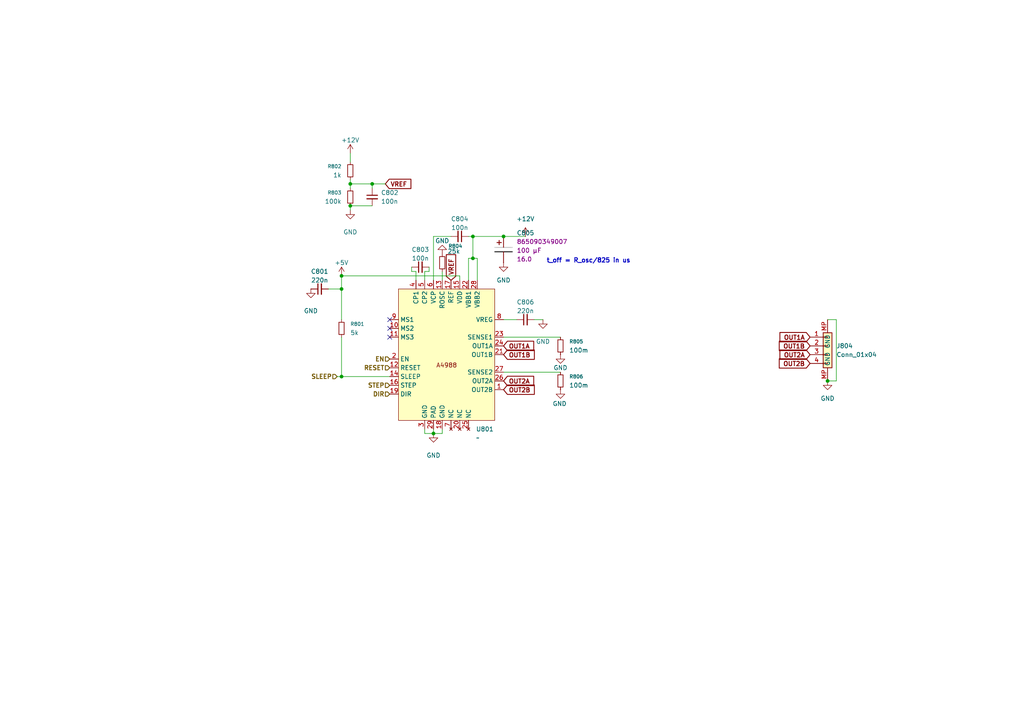
<source format=kicad_sch>
(kicad_sch (version 20250114) (generator "eeschema") (generator_version "9.0")
  (paper "A4")
  (lib_symbols
    (symbol "Capacitor_Wurth_WCAP-ASLU:D8L6.5_865090349007" (pin_numbers (hide yes)) (pin_names (hide yes))
      (property "Reference" "C" (at 5.08 5.08 0))
      (property "Part Number" "865090349007" (at 5.08 2.54 0))
      (property "Capacitance" "100 µF" (at 5.08 0 0))
      (property "Voltage" "16.0" (at 5.08 -2.54 0))
      (symbol "D8L6.5_865090349007_1_1"
        (polyline (pts (xy -1.27 2.667) (xy -1.27 1.397)) (stroke (width 0.254)))
        (polyline (pts (xy -0.635 2.032) (xy -1.905 2.032)) (stroke (width 0.254)))
        (polyline (pts (xy 2.54 0.635) (xy -2.54 0.635)) (stroke (width 0.254) (color 194 194 194 1)))
        (polyline (pts (xy 2.54 -0.635) (xy -2.54 -0.635)) (stroke (width 0.254) (color 0 0 0 1)))
        (pin passive line (at 0 3.81 270) (length 3.175) (name "1") (number "1"))
        (pin passive line (at 0 -3.81 90) (length 3.175) (name "2") (number "2"))
      )
    )
    (symbol "Device:C_Small" (pin_numbers (hide yes)) (pin_names (offset 0.254) (hide yes))
      (property "Reference" "C" (at 0.254 1.778 0))
      (property "Value" "C_Small" (at 0.254 -2.032 0))
      (symbol "C_Small_0_1"
        (polyline (pts (xy -1.524 0.508) (xy 1.524 0.508)) (stroke (width 0.3048)))
        (polyline (pts (xy -1.524 -0.508) (xy 1.524 -0.508)) (stroke (width 0.3302)))
      )
      (symbol "C_Small_1_1"
        (pin passive line (at 0 2.54 270) (length 2.032) (name "~") (number "1"))
        (pin passive line (at 0 -2.54 90) (length 2.032) (name "~") (number "2"))
      )
    )
    (symbol "Device:R_Small" (pin_numbers (hide yes)) (pin_names (offset 0.254) (hide yes))
      (property "Reference" "R" (at 0 0 90))
      (property "Value" "R_Small" (at 1.778 0 90))
      (symbol "R_Small_0_1"
        (rectangle (start -0.762 1.778) (end 0.762 -1.778) (stroke (width 0.2032)))
      )
      (symbol "R_Small_1_1"
        (pin passive line (at 0 2.54 270) (length 0.762) (name "~") (number "1"))
        (pin passive line (at 0 -2.54 90) (length 0.762) (name "~") (number "2"))
      )
    )
    (symbol "my_lib:A4988"
      (property "Reference" "U801" (at 16.1133 -34.29 0))
      (property "Value" "~" (at 16.1133 -36.83 0))
      (symbol "A4988_1_1"
        (rectangle (start -6.35 6.35) (end 21.59 -31.75) (fill (type background)))
        (text "A4988" (at 7.62 -15.748 0) (effects (font (size 1.27 1.27))))
        (pin input line (at -8.89 -2.54 0) (length 2.54) (name "MS1") (number "9"))
        (pin input line (at -8.89 -5.08 0) (length 2.54) (name "MS2") (number "10"))
        (pin input line (at -8.89 -7.62 0) (length 2.54) (name "MS3") (number "11"))
        (pin input line (at -8.89 -13.97 0) (length 2.54) (name "EN") (number "2"))
        (pin input line (at -8.89 -16.51 0) (length 2.54) (name "RESET") (number "12"))
        (pin input line (at -8.89 -19.05 0) (length 2.54) (name "SLEEP") (number "14"))
        (pin input line (at -8.89 -21.59 0) (length 2.54) (name "STEP") (number "16"))
        (pin input line (at -8.89 -24.13 0) (length 2.54) (name "DIR") (number "19"))
        (pin passive line (at -1.27 8.89 270) (length 2.54) (name "CP1") (number "4"))
        (pin passive line (at 1.27 8.89 270) (length 2.54) (name "CP2") (number "5"))
        (pin power_in line (at 1.27 -34.29 90) (length 2.54) (name "GND") (number "3"))
        (pin passive line (at 3.81 8.89 270) (length 2.54) (name "VCP") (number "6"))
        (pin power_in line (at 3.81 -34.29 90) (length 2.54) (name "PAD") (number "29"))
        (pin passive line (at 6.35 8.89 270) (length 2.54) (name "ROSC") (number "13"))
        (pin power_in line (at 6.35 -34.29 90) (length 2.54) (name "GND") (number "18"))
        (pin input line (at 8.89 8.89 270) (length 2.54) (name "REF") (number "17"))
        (pin no_connect line (at 8.89 -34.29 90) (length 2.54) (name "NC") (number "7"))
        (pin power_in line (at 11.43 8.89 270) (length 2.54) (name "VDD") (number "15"))
        (pin no_connect line (at 11.43 -34.29 90) (length 2.54) (name "NC") (number "20"))
        (pin power_in line (at 13.97 8.89 270) (length 2.54) (name "VBB1") (number "22"))
        (pin no_connect line (at 13.97 -34.29 90) (length 2.54) (name "NC") (number "25"))
        (pin power_in line (at 16.51 8.89 270) (length 2.54) (name "VBB2") (number "28"))
        (pin power_out line (at 24.13 -2.54 180) (length 2.54) (name "VREG") (number "8"))
        (pin passive line (at 24.13 -7.62 180) (length 2.54) (name "SENSE1") (number "23"))
        (pin output line (at 24.13 -10.16 180) (length 2.54) (name "OUT1A") (number "24"))
        (pin output line (at 24.13 -12.7 180) (length 2.54) (name "OUT1B") (number "21"))
        (pin passive line (at 24.13 -17.78 180) (length 2.54) (name "SENSE2") (number "27"))
        (pin output line (at 24.13 -20.32 180) (length 2.54) (name "OUT2A") (number "26"))
        (pin output line (at 24.13 -22.86 180) (length 2.54) (name "OUT2B") (number "1"))
      )
    )
    (symbol "my_lib:JST_SH_4_Vertical"
      (property "Reference" "J804" (at 2.54 1.2701 0))
      (property "Value" "Conn_01x04" (at 2.54 -1.2699 0))
      (symbol "JST_SH_4_Vertical_1_1"
        (rectangle (start -1.27 5.08) (end 1.27 -5.08) (stroke (width 0.254)) (fill (type background)))
        (rectangle (start -1.27 3.937) (end 0 3.683) (stroke (width 0.1524)))
        (rectangle (start -1.27 1.397) (end 0 1.143) (stroke (width 0.1524)))
        (rectangle (start -1.27 -1.143) (end 0 -1.397) (stroke (width 0.1524)))
        (rectangle (start -1.27 -3.683) (end 0 -3.937) (stroke (width 0.1524)))
        (pin passive line (at -5.08 3.81 0) (length 3.81) (name "") (number "1"))
        (pin passive line (at -5.08 1.27 0) (length 3.81) (name "") (number "2"))
        (pin passive line (at -5.08 -1.27 0) (length 3.81) (name "") (number "3"))
        (pin passive line (at -5.08 -3.81 0) (length 3.81) (name "") (number "4"))
        (pin power_in line (at 0 8.89 270) (length 3.81) (name "GND") (number "MP"))
        (pin power_in line (at 0 -8.89 90) (length 3.81) (name "GND") (number "MP"))
      )
    )
    (symbol "power:+12V" (power) (pin_numbers (hide yes)) (pin_names (offset 0) (hide yes))
      (property "Value" "+12V" (at 0 3.556 0))
      (symbol "+12V_0_1"
        (polyline (pts (xy -0.762 1.27) (xy 0 2.54)))
        (polyline (pts (xy 0 2.54) (xy 0.762 1.27)))
        (polyline (pts (xy 0 0) (xy 0 2.54)))
      )
      (symbol "+12V_1_1"
        (pin power_in line (at 0 0 90) (length 0) (name "~") (number "1"))
      )
    )
    (symbol "power:+5V" (power) (pin_numbers (hide yes)) (pin_names (offset 0) (hide yes))
      (property "Value" "+5V" (at 0 3.556 0))
      (symbol "+5V_0_1"
        (polyline (pts (xy -0.762 1.27) (xy 0 2.54)))
        (polyline (pts (xy 0 2.54) (xy 0.762 1.27)))
        (polyline (pts (xy 0 0) (xy 0 2.54)))
      )
      (symbol "+5V_1_1"
        (pin power_in line (at 0 0 90) (length 0) (name "~") (number "1"))
      )
    )
    (symbol "power:GND" (power) (pin_numbers (hide yes)) (pin_names (offset 0) (hide yes))
      (property "Value" "GND" (at 0 -3.81 0))
      (symbol "GND_0_1"
        (polyline (pts (xy 0 0) (xy 0 -1.27) (xy 1.27 -1.27) (xy 0 -2.54) (xy -1.27 -1.27) (xy 0 -1.27)))
      )
      (symbol "GND_1_1"
        (pin power_in line (at 0 0 270) (length 0) (name "~") (number "1"))
      )
    )
  )
  (text "t_off = R_osc/825 in us" (at 170.688 75.692 0) (effects (font (size 1.27 1.27) (thickness 0.254) (bold yes))))
  (junction (at 146.05 68.58))
  (junction (at 101.6 53.34))
  (junction (at 240.03 110.49))
  (junction (at 107.95 53.34))
  (junction (at 101.6 59.69))
  (junction (at 125.73 125.73))
  (junction (at 137.16 74.93))
  (junction (at 99.06 83.82))
  (junction (at 99.06 80.01))
  (junction (at 137.16 68.58))
  (junction (at 99.06 109.22))
  (no_connect (at 113.03 92.71))
  (no_connect (at 113.03 97.79))
  (no_connect (at 113.03 95.25))
  (wire (pts (xy 101.6 44.45) (xy 101.6 46.99)))
  (wire (pts (xy 125.73 125.73) (xy 128.27 125.73)))
  (wire (pts (xy 146.05 68.58) (xy 152.4 68.58)))
  (wire (pts (xy 133.35 80.01) (xy 133.35 81.28)))
  (wire (pts (xy 137.16 74.93) (xy 137.16 68.58)))
  (wire (pts (xy 157.48 92.71) (xy 154.94 92.71)))
  (wire (pts (xy 240.03 92.71) (xy 242.57 92.71)))
  (wire (pts (xy 128.27 125.73) (xy 128.27 124.46)))
  (wire (pts (xy 99.06 97.79) (xy 99.06 109.22)))
  (wire (pts (xy 101.6 59.69) (xy 107.95 59.69)))
  (wire (pts (xy 124.46 77.47) (xy 124.46 78.74)))
  (wire (pts (xy 125.73 81.28) (xy 125.73 68.58)))
  (wire (pts (xy 149.86 92.71) (xy 146.05 92.71)))
  (wire (pts (xy 137.16 68.58) (xy 135.89 68.58)))
  (wire (pts (xy 99.06 109.22) (xy 113.03 109.22)))
  (wire (pts (xy 125.73 125.73) (xy 125.73 124.46)))
  (wire (pts (xy 125.73 68.58) (xy 130.81 68.58)))
  (wire (pts (xy 101.6 59.69) (xy 101.6 60.96)))
  (wire (pts (xy 123.19 78.74) (xy 123.19 81.28)))
  (wire (pts (xy 107.95 54.61) (xy 107.95 53.34)))
  (wire (pts (xy 123.19 125.73) (xy 125.73 125.73)))
  (wire (pts (xy 137.16 74.93) (xy 138.43 74.93)))
  (wire (pts (xy 138.43 74.93) (xy 138.43 81.28)))
  (wire (pts (xy 120.65 78.74) (xy 119.38 78.74)))
  (wire (pts (xy 99.06 83.82) (xy 99.06 80.01)))
  (wire (pts (xy 135.89 81.28) (xy 135.89 74.93)))
  (wire (pts (xy 146.05 97.79) (xy 162.56 97.79)))
  (wire (pts (xy 123.19 78.74) (xy 124.46 78.74)))
  (wire (pts (xy 99.06 92.71) (xy 99.06 83.82)))
  (wire (pts (xy 119.38 77.47) (xy 119.38 78.74)))
  (wire (pts (xy 137.16 68.58) (xy 146.05 68.58)))
  (wire (pts (xy 101.6 53.34) (xy 101.6 54.61)))
  (wire (pts (xy 137.16 74.93) (xy 135.89 74.93)))
  (wire (pts (xy 95.25 83.82) (xy 99.06 83.82)))
  (wire (pts (xy 120.65 78.74) (xy 120.65 81.28)))
  (wire (pts (xy 128.27 81.28) (xy 128.27 78.74)))
  (wire (pts (xy 146.05 107.95) (xy 162.56 107.95)))
  (wire (pts (xy 107.95 53.34) (xy 111.76 53.34)))
  (wire (pts (xy 242.57 110.49) (xy 240.03 110.49)))
  (wire (pts (xy 242.57 92.71) (xy 242.57 110.49)))
  (wire (pts (xy 101.6 53.34) (xy 107.95 53.34)))
  (wire (pts (xy 123.19 125.73) (xy 123.19 124.46)))
  (wire (pts (xy 99.06 80.01) (xy 133.35 80.01)))
  (wire (pts (xy 97.79 109.22) (xy 99.06 109.22)))
  (wire (pts (xy 101.6 52.07) (xy 101.6 53.34)))
  (global_label "OUT1B" (shape input) (at 146.05 102.87 0) (effects (font (thickness 0.254) (bold yes))) (property "Intersheetrefs" "${INTERSHEET_REFS}" (effects (hide yes))))
  (global_label "OUT1A" (shape input) (at 234.95 97.79 180) (effects (font (thickness 0.254) (bold yes))) (property "Intersheetrefs" "${INTERSHEET_REFS}" (effects (hide yes))))
  (global_label "OUT1A" (shape input) (at 146.05 100.33 0) (effects (font (thickness 0.254) (bold yes))) (property "Intersheetrefs" "${INTERSHEET_REFS}" (effects (hide yes))))
  (global_label "OUT2A" (shape input) (at 234.95 102.87 180) (effects (font (thickness 0.254) (bold yes))) (property "Intersheetrefs" "${INTERSHEET_REFS}" (effects (hide yes))))
  (global_label "OUT1B" (shape input) (at 234.95 100.33 180) (effects (font (thickness 0.254) (bold yes))) (property "Intersheetrefs" "${INTERSHEET_REFS}" (effects (hide yes))))
  (global_label "OUT2A" (shape input) (at 146.05 110.49 0) (effects (font (thickness 0.254) (bold yes))) (property "Intersheetrefs" "${INTERSHEET_REFS}" (effects (hide yes))))
  (global_label "OUT2B" (shape input) (at 234.95 105.41 180) (effects (font (thickness 0.254) (bold yes))) (property "Intersheetrefs" "${INTERSHEET_REFS}" (effects (hide yes))))
  (global_label "OUT2B" (shape input) (at 146.05 113.03 0) (effects (font (thickness 0.254) (bold yes))) (property "Intersheetrefs" "${INTERSHEET_REFS}" (effects (hide yes))))
  (global_label "VREF" (shape input) (at 130.81 81.28 90) (effects (font (thickness 0.254) (bold yes))) (property "Intersheetrefs" "${INTERSHEET_REFS}" (effects (hide yes))))
  (global_label "VREF" (shape input) (at 111.76 53.34 0) (effects (font (thickness 0.254) (bold yes))) (property "Intersheetrefs" "${INTERSHEET_REFS}" (effects (hide yes))))
  (hierarchical_label "EN" (shape input) (at 113.03 104.14 180) (effects (font (thickness 0.254) (bold yes))))
  (hierarchical_label "STEP" (shape input) (at 113.03 111.76 180) (effects (font (thickness 0.254) (bold yes))))
  (hierarchical_label "DIR" (shape input) (at 113.03 114.3 180) (effects (font (thickness 0.254) (bold yes))))
  (hierarchical_label "RESET" (shape input) (at 113.03 106.68 180) (effects (font (thickness 0.254) (bold yes))))
  (hierarchical_label "SLEEP" (shape input) (at 97.79 109.22 180) (effects (font (thickness 0.254) (bold yes))))
  (symbol (lib_id "Capacitor_Wurth_WCAP-ASLU:D8L6.5_865090349007") (at 146.05 72.39 0) (unit 1)
    (property "Reference" "C805" (at 149.86 67.5639 0) (effects (justify left)))
    (property "Value" "D8L6.5_865090349007" (effects (hide yes)))
    (property "Footprint" "Capacitor_SMD_Wurth:CP_Wurth_WCAP-ASLU-D8L6.5" (effects (hide yes)))
    (property "Datasheet" "https://www.we-online.com/catalog/datasheet/865090349007.pdf?ki" (effects (hide yes)))
    (property "Description" "Aluminum Electrolytic Capacitors" (effects (hide yes)))
    (property "Manufacturer" "Wurth Elektronik" (effects (hide yes)))
    (property "Manufacturer URL" "https://www.we-online.com" (effects (hide yes)))
    (property "Published Date" "20251008" (effects (hide yes)))
    (property "Match Code" "WCAP-ASLU" (effects (hide yes)))
    (property "Size" "D8L6.5" (effects (hide yes)))
    (property "Mounting Technology" "SMT" (effects (hide yes)))
    (property "Part Number" "865090349007" (at 149.86 70.1039 0) (effects (justify left)))
    (property "Capacitance" "100 µF" (at 149.86 72.6439 0) (effects (justify left)))
    (property "Voltage" "16.0" (at 149.86 75.1839 0) (effects (justify left)))
    (property "C" "100 µF" (effects (hide yes)))
    (property "VR (V (DC))" "16.0" (effects (hide yes)))
    (property "Endurance (h)" "1000" (effects (hide yes)))
    (property "Operating Temperature" "-40 °C up to +85 °C" (effects (hide yes)))
    (property "IRIPPLE (mA)" "92.0" (effects (hide yes)))
    (property "ILeak (µA)" "3.2" (effects (hide yes)))
    (property "DF (%)" "18" (effects (hide yes)))
    (property "Ø D (mm)" "8.0" (effects (hide yes)))
    (property "L (mm)" "6.5" (effects (hide yes)))
  )
  (symbol (lib_id "power:GND") (at 240.03 110.49 0) (unit 1)
    (property "Reference" "#PWR0820" (effects (hide yes)))
    (property "Value" "GND" (at 240.03 115.57 0))
    (property "Description" "Power symbol creates a global label with name \"GND\" , ground" (effects (hide yes)))
  )
  (symbol (lib_id "power:GND") (at 162.56 113.03 0) (unit 1)
    (property "Reference" "#PWR0816" (effects (hide yes)))
    (property "Value" "GND" (at 162.306 117.094 0))
    (property "Description" "Power symbol creates a global label with name \"GND\" , ground" (effects (hide yes)))
  )
  (symbol (lib_id "Device:R_Small") (at 101.6 57.15 0) (mirror x) (unit 1)
    (property "Reference" "R803" (at 99.06 55.8799 0) (effects (font (size 1.016 1.016)) (justify right)))
    (property "Value" "100k" (at 99.06 58.4199 0) (effects (justify right)))
    (property "Footprint" "Resistor_SMD:R_0402_1005Metric" (effects (hide yes)))
    (property "Description" "Resistor, small symbol" (effects (hide yes)))
  )
  (symbol (lib_id "power:GND") (at 157.48 92.71 0) (unit 1)
    (property "Reference" "#PWR0814" (effects (hide yes)))
    (property "Value" "GND" (at 157.48 99.06 0))
    (property "Description" "Power symbol creates a global label with name \"GND\" , ground" (effects (hide yes)))
  )
  (symbol (lib_id "Device:C_Small") (at 121.92 77.47 90) (unit 1)
    (property "Reference" "C803" (at 121.9263 72.39 90))
    (property "Value" "100n" (at 121.9263 74.93 90))
    (property "Footprint" "Capacitor_SMD:C_0402_1005Metric" (effects (hide yes)))
    (property "Description" "Unpolarized capacitor, small symbol" (effects (hide yes)))
  )
  (symbol (lib_id "power:GND") (at 101.6 60.96 0) (unit 1)
    (property "Reference" "#PWR0804" (effects (hide yes)))
    (property "Value" "GND" (at 101.6 67.31 0))
    (property "Description" "Power symbol creates a global label with name \"GND\" , ground" (effects (hide yes)))
  )
  (symbol (lib_id "power:+5V") (at 99.06 80.01 0) (unit 1)
    (property "Reference" "#PWR0802" (effects (hide yes)))
    (property "Value" "+5V" (at 99.06 76.2 0))
    (property "Description" "Power symbol creates a global label with name \"+5V\"" (effects (hide yes)))
  )
  (symbol (lib_id "Device:R_Small") (at 101.6 49.53 0) (mirror y) (unit 1)
    (property "Reference" "R802" (at 99.06 48.2599 0) (effects (font (size 1.016 1.016)) (justify left)))
    (property "Value" "1k" (at 99.06 50.7999 0) (effects (justify left)))
    (property "Footprint" "Resistor_SMD:R_0402_1005Metric" (effects (hide yes)))
    (property "Description" "Resistor, small symbol" (effects (hide yes)))
  )
  (symbol (lib_id "Device:R_Small") (at 99.06 95.25 0) (unit 1)
    (property "Reference" "R801" (at 101.6 93.9799 0) (effects (font (size 1.016 1.016)) (justify left)))
    (property "Value" "5k" (at 101.6 96.5199 0) (effects (justify left)))
    (property "Footprint" "Resistor_SMD:R_0402_1005Metric" (effects (hide yes)))
    (property "Description" "Resistor, small symbol" (effects (hide yes)))
  )
  (symbol (lib_id "Device:C_Small") (at 152.4 92.71 90) (unit 1)
    (property "Reference" "C806" (at 152.4063 87.63 90))
    (property "Value" "220n" (at 152.4063 90.17 90))
    (property "Footprint" "Capacitor_SMD:C_0402_1005Metric" (effects (hide yes)))
    (property "Description" "Unpolarized capacitor, small symbol" (effects (hide yes)))
  )
  (symbol (lib_id "Device:R_Small") (at 162.56 100.33 0) (unit 1)
    (property "Reference" "R805" (at 165.1 99.0599 0) (effects (font (size 1.016 1.016)) (justify left)))
    (property "Value" "100m" (at 165.1 101.5999 0) (effects (justify left)))
    (property "Footprint" "Resistor_SMD:R_0603_1608Metric" (effects (hide yes)))
    (property "Description" "Resistor, small symbol" (effects (hide yes)))
    (property "MPN" "560050316001" (effects (hide yes)))
  )
  (symbol (lib_id "power:GND") (at 146.05 76.2 0) (unit 1)
    (property "Reference" "#PWR0819" (effects (hide yes)))
    (property "Value" "GND" (at 146.05 81.28 0))
    (property "Description" "Power symbol creates a global label with name \"GND\" , ground" (effects (hide yes)))
  )
  (symbol (lib_id "my_lib:JST_SH_4_Vertical") (at 240.03 101.6 0) (unit 1)
    (property "Reference" "J804" (at 242.57 100.3299 0) (effects (justify left)))
    (property "Value" "Conn_01x04" (at 242.57 102.8699 0) (effects (justify left)))
    (property "Footprint" "Connector_JST:JST_SH_BM04B-SRSS-TB_1x04-1MP_P1.00mm_Vertical" (effects (hide yes)))
    (property "Description" "Generic connector, single row, 01x04, script generated (kicad-library-utils/schlib/autogen/connector/)" (effects (hide yes)))
  )
  (symbol (lib_id "my_lib:A4988") (at 121.92 90.17 0) (unit 1)
    (property "Reference" "U801" (at 138.0333 124.46 0) (effects (justify left)))
    (property "Value" "~" (at 138.0333 127 0) (effects (justify left)))
    (property "Footprint" "Package_DFN_QFN:QFN-28-1EP_5x5mm_P0.5mm_EP2.7x2.7mm" (effects (hide yes)))
  )
  (symbol (lib_id "power:GND") (at 128.27 73.66 180) (unit 1)
    (property "Reference" "#PWR0806" (effects (hide yes)))
    (property "Value" "GND" (at 128.27 69.85 0))
    (property "Description" "Power symbol creates a global label with name \"GND\" , ground" (effects (hide yes)))
  )
  (symbol (lib_id "Device:C_Small") (at 92.71 83.82 90) (unit 1)
    (property "Reference" "C801" (at 92.7163 78.74 90))
    (property "Value" "220n" (at 92.7163 81.28 90))
    (property "Footprint" "Capacitor_SMD:C_0402_1005Metric" (effects (hide yes)))
    (property "Description" "Unpolarized capacitor, small symbol" (effects (hide yes)))
  )
  (symbol (lib_id "power:GND") (at 162.56 102.87 0) (unit 1)
    (property "Reference" "#PWR0815" (effects (hide yes)))
    (property "Value" "GND" (at 162.56 106.68 0))
    (property "Description" "Power symbol creates a global label with name \"GND\" , ground" (effects (hide yes)))
  )
  (symbol (lib_id "power:GND") (at 125.73 125.73 0) (unit 1)
    (property "Reference" "#PWR0805" (effects (hide yes)))
    (property "Value" "GND" (at 125.73 132.08 0))
    (property "Description" "Power symbol creates a global label with name \"GND\" , ground" (effects (hide yes)))
  )
  (symbol (lib_id "Device:R_Small") (at 128.27 76.2 0) (unit 1)
    (property "Reference" "R804" (at 130.048 71.374 0) (effects (font (size 1.016 1.016)) (justify left)))
    (property "Value" "25k" (at 129.794 72.898 0) (effects (justify left)))
    (property "Footprint" "Resistor_SMD:R_0402_1005Metric" (effects (hide yes)))
    (property "Description" "Resistor, small symbol" (effects (hide yes)))
  )
  (symbol (lib_id "power:+12V") (at 152.4 68.58 0) (unit 1)
    (property "Reference" "#PWR0810" (effects (hide yes)))
    (property "Value" "+12V" (at 152.4 63.5 0))
    (property "Description" "Power symbol creates a global label with name \"+12V\"" (effects (hide yes)))
  )
  (symbol (lib_id "Device:C_Small") (at 133.35 68.58 270) (unit 1)
    (property "Reference" "C804" (at 133.3436 63.5 90))
    (property "Value" "100n" (at 133.3436 66.04 90))
    (property "Footprint" "Capacitor_SMD:C_0402_1005Metric" (effects (hide yes)))
    (property "Description" "Unpolarized capacitor, small symbol" (effects (hide yes)))
  )
  (symbol (lib_id "power:GND") (at 90.17 83.82 0) (unit 1)
    (property "Reference" "#PWR0801" (effects (hide yes)))
    (property "Value" "GND" (at 90.17 90.17 0))
    (property "Description" "Power symbol creates a global label with name \"GND\" , ground" (effects (hide yes)))
  )
  (symbol (lib_id "Device:C_Small") (at 107.95 57.15 0) (unit 1)
    (property "Reference" "C802" (at 110.49 55.8862 0) (effects (justify left)))
    (property "Value" "100n" (at 110.49 58.4262 0) (effects (justify left)))
    (property "Footprint" "Capacitor_SMD:C_0402_1005Metric" (effects (hide yes)))
    (property "Description" "Unpolarized capacitor, small symbol" (effects (hide yes)))
  )
  (symbol (lib_id "power:+12V") (at 101.6 44.45 0) (unit 1)
    (property "Reference" "#PWR0803" (effects (hide yes)))
    (property "Value" "+12V" (at 101.6 40.64 0))
    (property "Description" "Power symbol creates a global label with name \"+12V\"" (effects (hide yes)))
  )
  (symbol (lib_id "Device:R_Small") (at 162.56 110.49 0) (unit 1)
    (property "Reference" "R806" (at 165.1 109.2199 0) (effects (font (size 1.016 1.016)) (justify left)))
    (property "Value" "100m" (at 165.1 111.7599 0) (effects (justify left)))
    (property "Footprint" "Resistor_SMD:R_0603_1608Metric" (effects (hide yes)))
    (property "Description" "Resistor, small symbol" (effects (hide yes)))
    (property "MPN" "560050316001" (effects (hide yes)))
  )
)
</source>
